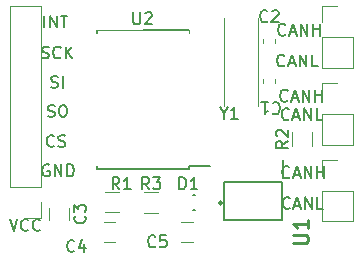
<source format=gbr>
%TF.GenerationSoftware,KiCad,Pcbnew,(6.0.7)*%
%TF.CreationDate,2023-01-30T20:46:25-05:00*%
%TF.ProjectId,SPItoCAN,53504974-6f43-4414-9e2e-6b696361645f,rev?*%
%TF.SameCoordinates,Original*%
%TF.FileFunction,Legend,Top*%
%TF.FilePolarity,Positive*%
%FSLAX46Y46*%
G04 Gerber Fmt 4.6, Leading zero omitted, Abs format (unit mm)*
G04 Created by KiCad (PCBNEW (6.0.7)) date 2023-01-30 20:46:25*
%MOMM*%
%LPD*%
G01*
G04 APERTURE LIST*
%ADD10C,0.160000*%
%ADD11C,0.254000*%
%ADD12C,0.120000*%
%ADD13C,0.150000*%
%ADD14C,0.250000*%
%ADD15C,0.200000*%
%ADD16C,0.155000*%
%ADD17C,0.100000*%
G04 APERTURE END LIST*
D10*
X16992695Y-27135200D02*
X16897457Y-27087580D01*
X16754600Y-27087580D01*
X16611742Y-27135200D01*
X16516504Y-27230438D01*
X16468885Y-27325676D01*
X16421266Y-27516152D01*
X16421266Y-27659009D01*
X16468885Y-27849485D01*
X16516504Y-27944723D01*
X16611742Y-28039961D01*
X16754600Y-28087580D01*
X16849838Y-28087580D01*
X16992695Y-28039961D01*
X17040314Y-27992342D01*
X17040314Y-27659009D01*
X16849838Y-27659009D01*
X17468885Y-28087580D02*
X17468885Y-27087580D01*
X18040314Y-28087580D01*
X18040314Y-27087580D01*
X18516504Y-28087580D02*
X18516504Y-27087580D01*
X18754600Y-27087580D01*
X18897457Y-27135200D01*
X18992695Y-27230438D01*
X19040314Y-27325676D01*
X19087933Y-27516152D01*
X19087933Y-27659009D01*
X19040314Y-27849485D01*
X18992695Y-27944723D01*
X18897457Y-28039961D01*
X18754600Y-28087580D01*
X18516504Y-28087580D01*
X37009533Y-16079742D02*
X36961914Y-16127361D01*
X36819057Y-16174980D01*
X36723819Y-16174980D01*
X36580961Y-16127361D01*
X36485723Y-16032123D01*
X36438104Y-15936885D01*
X36390485Y-15746409D01*
X36390485Y-15603552D01*
X36438104Y-15413076D01*
X36485723Y-15317838D01*
X36580961Y-15222600D01*
X36723819Y-15174980D01*
X36819057Y-15174980D01*
X36961914Y-15222600D01*
X37009533Y-15270219D01*
X37390485Y-15889266D02*
X37866676Y-15889266D01*
X37295247Y-16174980D02*
X37628580Y-15174980D01*
X37961914Y-16174980D01*
X38295247Y-16174980D02*
X38295247Y-15174980D01*
X38866676Y-16174980D01*
X38866676Y-15174980D01*
X39342866Y-16174980D02*
X39342866Y-15174980D01*
X39342866Y-15651171D02*
X39914295Y-15651171D01*
X39914295Y-16174980D02*
X39914295Y-15174980D01*
X37339733Y-28144742D02*
X37292114Y-28192361D01*
X37149257Y-28239980D01*
X37054019Y-28239980D01*
X36911161Y-28192361D01*
X36815923Y-28097123D01*
X36768304Y-28001885D01*
X36720685Y-27811409D01*
X36720685Y-27668552D01*
X36768304Y-27478076D01*
X36815923Y-27382838D01*
X36911161Y-27287600D01*
X37054019Y-27239980D01*
X37149257Y-27239980D01*
X37292114Y-27287600D01*
X37339733Y-27335219D01*
X37720685Y-27954266D02*
X38196876Y-27954266D01*
X37625447Y-28239980D02*
X37958780Y-27239980D01*
X38292114Y-28239980D01*
X38625447Y-28239980D02*
X38625447Y-27239980D01*
X39196876Y-28239980D01*
X39196876Y-27239980D01*
X39673066Y-28239980D02*
X39673066Y-27239980D01*
X39673066Y-27716171D02*
X40244495Y-27716171D01*
X40244495Y-28239980D02*
X40244495Y-27239980D01*
X16595838Y-15489180D02*
X16595838Y-14489180D01*
X17072028Y-15489180D02*
X17072028Y-14489180D01*
X17643457Y-15489180D01*
X17643457Y-14489180D01*
X17976790Y-14489180D02*
X18548219Y-14489180D01*
X18262504Y-15489180D02*
X18262504Y-14489180D01*
X16392685Y-18057761D02*
X16535542Y-18105380D01*
X16773638Y-18105380D01*
X16868876Y-18057761D01*
X16916495Y-18010142D01*
X16964114Y-17914904D01*
X16964114Y-17819666D01*
X16916495Y-17724428D01*
X16868876Y-17676809D01*
X16773638Y-17629190D01*
X16583161Y-17581571D01*
X16487923Y-17533952D01*
X16440304Y-17486333D01*
X16392685Y-17391095D01*
X16392685Y-17295857D01*
X16440304Y-17200619D01*
X16487923Y-17153000D01*
X16583161Y-17105380D01*
X16821257Y-17105380D01*
X16964114Y-17153000D01*
X17964114Y-18010142D02*
X17916495Y-18057761D01*
X17773638Y-18105380D01*
X17678400Y-18105380D01*
X17535542Y-18057761D01*
X17440304Y-17962523D01*
X17392685Y-17867285D01*
X17345066Y-17676809D01*
X17345066Y-17533952D01*
X17392685Y-17343476D01*
X17440304Y-17248238D01*
X17535542Y-17153000D01*
X17678400Y-17105380D01*
X17773638Y-17105380D01*
X17916495Y-17153000D01*
X17964114Y-17200619D01*
X18392685Y-18105380D02*
X18392685Y-17105380D01*
X18964114Y-18105380D02*
X18535542Y-17533952D01*
X18964114Y-17105380D02*
X18392685Y-17676809D01*
X13652666Y-31710380D02*
X13986000Y-32710380D01*
X14319333Y-31710380D01*
X15224095Y-32615142D02*
X15176476Y-32662761D01*
X15033619Y-32710380D01*
X14938380Y-32710380D01*
X14795523Y-32662761D01*
X14700285Y-32567523D01*
X14652666Y-32472285D01*
X14605047Y-32281809D01*
X14605047Y-32138952D01*
X14652666Y-31948476D01*
X14700285Y-31853238D01*
X14795523Y-31758000D01*
X14938380Y-31710380D01*
X15033619Y-31710380D01*
X15176476Y-31758000D01*
X15224095Y-31805619D01*
X16224095Y-32615142D02*
X16176476Y-32662761D01*
X16033619Y-32710380D01*
X15938380Y-32710380D01*
X15795523Y-32662761D01*
X15700285Y-32567523D01*
X15652666Y-32472285D01*
X15605047Y-32281809D01*
X15605047Y-32138952D01*
X15652666Y-31948476D01*
X15700285Y-31853238D01*
X15795523Y-31758000D01*
X15938380Y-31710380D01*
X16033619Y-31710380D01*
X16176476Y-31758000D01*
X16224095Y-31805619D01*
X17410133Y-25503142D02*
X17362514Y-25550761D01*
X17219657Y-25598380D01*
X17124419Y-25598380D01*
X16981561Y-25550761D01*
X16886323Y-25455523D01*
X16838704Y-25360285D01*
X16791085Y-25169809D01*
X16791085Y-25026952D01*
X16838704Y-24836476D01*
X16886323Y-24741238D01*
X16981561Y-24646000D01*
X17124419Y-24598380D01*
X17219657Y-24598380D01*
X17362514Y-24646000D01*
X17410133Y-24693619D01*
X17791085Y-25550761D02*
X17933942Y-25598380D01*
X18172038Y-25598380D01*
X18267276Y-25550761D01*
X18314895Y-25503142D01*
X18362514Y-25407904D01*
X18362514Y-25312666D01*
X18314895Y-25217428D01*
X18267276Y-25169809D01*
X18172038Y-25122190D01*
X17981561Y-25074571D01*
X17886323Y-25026952D01*
X17838704Y-24979333D01*
X17791085Y-24884095D01*
X17791085Y-24788857D01*
X17838704Y-24693619D01*
X17886323Y-24646000D01*
X17981561Y-24598380D01*
X18219657Y-24598380D01*
X18362514Y-24646000D01*
X17154590Y-20546961D02*
X17297447Y-20594580D01*
X17535542Y-20594580D01*
X17630780Y-20546961D01*
X17678400Y-20499342D01*
X17726019Y-20404104D01*
X17726019Y-20308866D01*
X17678400Y-20213628D01*
X17630780Y-20166009D01*
X17535542Y-20118390D01*
X17345066Y-20070771D01*
X17249828Y-20023152D01*
X17202209Y-19975533D01*
X17154590Y-19880295D01*
X17154590Y-19785057D01*
X17202209Y-19689819D01*
X17249828Y-19642200D01*
X17345066Y-19594580D01*
X17583161Y-19594580D01*
X17726019Y-19642200D01*
X18154590Y-20594580D02*
X18154590Y-19594580D01*
X37382580Y-30760942D02*
X37334961Y-30808561D01*
X37192104Y-30856180D01*
X37096866Y-30856180D01*
X36954009Y-30808561D01*
X36858771Y-30713323D01*
X36811152Y-30618085D01*
X36763533Y-30427609D01*
X36763533Y-30284752D01*
X36811152Y-30094276D01*
X36858771Y-29999038D01*
X36954009Y-29903800D01*
X37096866Y-29856180D01*
X37192104Y-29856180D01*
X37334961Y-29903800D01*
X37382580Y-29951419D01*
X37763533Y-30570466D02*
X38239723Y-30570466D01*
X37668295Y-30856180D02*
X38001628Y-29856180D01*
X38334961Y-30856180D01*
X38668295Y-30856180D02*
X38668295Y-29856180D01*
X39239723Y-30856180D01*
X39239723Y-29856180D01*
X40192104Y-30856180D02*
X39715914Y-30856180D01*
X39715914Y-29856180D01*
X37306380Y-23242542D02*
X37258761Y-23290161D01*
X37115904Y-23337780D01*
X37020666Y-23337780D01*
X36877809Y-23290161D01*
X36782571Y-23194923D01*
X36734952Y-23099685D01*
X36687333Y-22909209D01*
X36687333Y-22766352D01*
X36734952Y-22575876D01*
X36782571Y-22480638D01*
X36877809Y-22385400D01*
X37020666Y-22337780D01*
X37115904Y-22337780D01*
X37258761Y-22385400D01*
X37306380Y-22433019D01*
X37687333Y-23052066D02*
X38163523Y-23052066D01*
X37592095Y-23337780D02*
X37925428Y-22337780D01*
X38258761Y-23337780D01*
X38592095Y-23337780D02*
X38592095Y-22337780D01*
X39163523Y-23337780D01*
X39163523Y-22337780D01*
X40115904Y-23337780D02*
X39639714Y-23337780D01*
X39639714Y-22337780D01*
X37187333Y-21667742D02*
X37139714Y-21715361D01*
X36996857Y-21762980D01*
X36901619Y-21762980D01*
X36758761Y-21715361D01*
X36663523Y-21620123D01*
X36615904Y-21524885D01*
X36568285Y-21334409D01*
X36568285Y-21191552D01*
X36615904Y-21001076D01*
X36663523Y-20905838D01*
X36758761Y-20810600D01*
X36901619Y-20762980D01*
X36996857Y-20762980D01*
X37139714Y-20810600D01*
X37187333Y-20858219D01*
X37568285Y-21477266D02*
X38044476Y-21477266D01*
X37473047Y-21762980D02*
X37806380Y-20762980D01*
X38139714Y-21762980D01*
X38473047Y-21762980D02*
X38473047Y-20762980D01*
X39044476Y-21762980D01*
X39044476Y-20762980D01*
X39520666Y-21762980D02*
X39520666Y-20762980D01*
X39520666Y-21239171D02*
X40092095Y-21239171D01*
X40092095Y-21762980D02*
X40092095Y-20762980D01*
X16894276Y-23010761D02*
X17037133Y-23058380D01*
X17275228Y-23058380D01*
X17370466Y-23010761D01*
X17418085Y-22963142D01*
X17465704Y-22867904D01*
X17465704Y-22772666D01*
X17418085Y-22677428D01*
X17370466Y-22629809D01*
X17275228Y-22582190D01*
X17084752Y-22534571D01*
X16989514Y-22486952D01*
X16941895Y-22439333D01*
X16894276Y-22344095D01*
X16894276Y-22248857D01*
X16941895Y-22153619D01*
X16989514Y-22106000D01*
X17084752Y-22058380D01*
X17322847Y-22058380D01*
X17465704Y-22106000D01*
X18084752Y-22058380D02*
X18275228Y-22058380D01*
X18370466Y-22106000D01*
X18465704Y-22201238D01*
X18513323Y-22391714D01*
X18513323Y-22725047D01*
X18465704Y-22915523D01*
X18370466Y-23010761D01*
X18275228Y-23058380D01*
X18084752Y-23058380D01*
X17989514Y-23010761D01*
X17894276Y-22915523D01*
X17846657Y-22725047D01*
X17846657Y-22391714D01*
X17894276Y-22201238D01*
X17989514Y-22106000D01*
X18084752Y-22058380D01*
X36925380Y-18695942D02*
X36877761Y-18743561D01*
X36734904Y-18791180D01*
X36639666Y-18791180D01*
X36496809Y-18743561D01*
X36401571Y-18648323D01*
X36353952Y-18553085D01*
X36306333Y-18362609D01*
X36306333Y-18219752D01*
X36353952Y-18029276D01*
X36401571Y-17934038D01*
X36496809Y-17838800D01*
X36639666Y-17791180D01*
X36734904Y-17791180D01*
X36877761Y-17838800D01*
X36925380Y-17886419D01*
X37306333Y-18505466D02*
X37782523Y-18505466D01*
X37211095Y-18791180D02*
X37544428Y-17791180D01*
X37877761Y-18791180D01*
X38211095Y-18791180D02*
X38211095Y-17791180D01*
X38782523Y-18791180D01*
X38782523Y-17791180D01*
X39734904Y-18791180D02*
X39258714Y-18791180D01*
X39258714Y-17791180D01*
%TO.C,C4*%
X19137333Y-34393142D02*
X19089714Y-34440761D01*
X18946857Y-34488380D01*
X18851619Y-34488380D01*
X18708761Y-34440761D01*
X18613523Y-34345523D01*
X18565904Y-34250285D01*
X18518285Y-34059809D01*
X18518285Y-33916952D01*
X18565904Y-33726476D01*
X18613523Y-33631238D01*
X18708761Y-33536000D01*
X18851619Y-33488380D01*
X18946857Y-33488380D01*
X19089714Y-33536000D01*
X19137333Y-33583619D01*
X19994476Y-33821714D02*
X19994476Y-34488380D01*
X19756380Y-33440761D02*
X19518285Y-34155047D01*
X20137333Y-34155047D01*
%TO.C,R1*%
X22947333Y-29179780D02*
X22614000Y-28703590D01*
X22375904Y-29179780D02*
X22375904Y-28179780D01*
X22756857Y-28179780D01*
X22852095Y-28227400D01*
X22899714Y-28275019D01*
X22947333Y-28370257D01*
X22947333Y-28513114D01*
X22899714Y-28608352D01*
X22852095Y-28655971D01*
X22756857Y-28703590D01*
X22375904Y-28703590D01*
X23899714Y-29179780D02*
X23328285Y-29179780D01*
X23614000Y-29179780D02*
X23614000Y-28179780D01*
X23518761Y-28322638D01*
X23423523Y-28417876D01*
X23328285Y-28465495D01*
%TO.C,D1*%
X28028095Y-29179780D02*
X28028095Y-28179780D01*
X28266190Y-28179780D01*
X28409047Y-28227400D01*
X28504285Y-28322638D01*
X28551904Y-28417876D01*
X28599523Y-28608352D01*
X28599523Y-28751209D01*
X28551904Y-28941685D01*
X28504285Y-29036923D01*
X28409047Y-29132161D01*
X28266190Y-29179780D01*
X28028095Y-29179780D01*
X29551904Y-29179780D02*
X28980476Y-29179780D01*
X29266190Y-29179780D02*
X29266190Y-28179780D01*
X29170952Y-28322638D01*
X29075714Y-28417876D01*
X28980476Y-28465495D01*
%TO.C,C3*%
X20011142Y-31446066D02*
X20058761Y-31493685D01*
X20106380Y-31636542D01*
X20106380Y-31731780D01*
X20058761Y-31874638D01*
X19963523Y-31969876D01*
X19868285Y-32017495D01*
X19677809Y-32065114D01*
X19534952Y-32065114D01*
X19344476Y-32017495D01*
X19249238Y-31969876D01*
X19154000Y-31874638D01*
X19106380Y-31731780D01*
X19106380Y-31636542D01*
X19154000Y-31493685D01*
X19201619Y-31446066D01*
X19106380Y-31112733D02*
X19106380Y-30493685D01*
X19487333Y-30827019D01*
X19487333Y-30684161D01*
X19534952Y-30588923D01*
X19582571Y-30541304D01*
X19677809Y-30493685D01*
X19915904Y-30493685D01*
X20011142Y-30541304D01*
X20058761Y-30588923D01*
X20106380Y-30684161D01*
X20106380Y-30969876D01*
X20058761Y-31065114D01*
X20011142Y-31112733D01*
%TO.C,R3*%
X25477333Y-29179780D02*
X25144000Y-28703590D01*
X24905904Y-29179780D02*
X24905904Y-28179780D01*
X25286857Y-28179780D01*
X25382095Y-28227400D01*
X25429714Y-28275019D01*
X25477333Y-28370257D01*
X25477333Y-28513114D01*
X25429714Y-28608352D01*
X25382095Y-28655971D01*
X25286857Y-28703590D01*
X24905904Y-28703590D01*
X25810666Y-28179780D02*
X26429714Y-28179780D01*
X26096380Y-28560733D01*
X26239238Y-28560733D01*
X26334476Y-28608352D01*
X26382095Y-28655971D01*
X26429714Y-28751209D01*
X26429714Y-28989304D01*
X26382095Y-29084542D01*
X26334476Y-29132161D01*
X26239238Y-29179780D01*
X25953523Y-29179780D01*
X25858285Y-29132161D01*
X25810666Y-29084542D01*
D11*
%TO.C,U1*%
X37658523Y-33759019D02*
X38686619Y-33759019D01*
X38807571Y-33698542D01*
X38868047Y-33638066D01*
X38928523Y-33517114D01*
X38928523Y-33275209D01*
X38868047Y-33154257D01*
X38807571Y-33093780D01*
X38686619Y-33033304D01*
X37658523Y-33033304D01*
X38928523Y-31763304D02*
X38928523Y-32489019D01*
X38928523Y-32126161D02*
X37658523Y-32126161D01*
X37839952Y-32247114D01*
X37960904Y-32368066D01*
X38021380Y-32489019D01*
D10*
%TO.C,C2*%
X35487333Y-14936542D02*
X35439714Y-14984161D01*
X35296857Y-15031780D01*
X35201619Y-15031780D01*
X35058761Y-14984161D01*
X34963523Y-14888923D01*
X34915904Y-14793685D01*
X34868285Y-14603209D01*
X34868285Y-14460352D01*
X34915904Y-14269876D01*
X34963523Y-14174638D01*
X35058761Y-14079400D01*
X35201619Y-14031780D01*
X35296857Y-14031780D01*
X35439714Y-14079400D01*
X35487333Y-14127019D01*
X35868285Y-14127019D02*
X35915904Y-14079400D01*
X36011142Y-14031780D01*
X36249238Y-14031780D01*
X36344476Y-14079400D01*
X36392095Y-14127019D01*
X36439714Y-14222257D01*
X36439714Y-14317495D01*
X36392095Y-14460352D01*
X35820666Y-15031780D01*
X36439714Y-15031780D01*
%TO.C,U2*%
X24130095Y-14209780D02*
X24130095Y-15019304D01*
X24177714Y-15114542D01*
X24225333Y-15162161D01*
X24320571Y-15209780D01*
X24511047Y-15209780D01*
X24606285Y-15162161D01*
X24653904Y-15114542D01*
X24701523Y-15019304D01*
X24701523Y-14209780D01*
X25130095Y-14305019D02*
X25177714Y-14257400D01*
X25272952Y-14209780D01*
X25511047Y-14209780D01*
X25606285Y-14257400D01*
X25653904Y-14305019D01*
X25701523Y-14400257D01*
X25701523Y-14495495D01*
X25653904Y-14638352D01*
X25082476Y-15209780D01*
X25701523Y-15209780D01*
%TO.C,C1*%
X35920666Y-21922257D02*
X35968285Y-21874638D01*
X36111142Y-21827019D01*
X36206380Y-21827019D01*
X36349238Y-21874638D01*
X36444476Y-21969876D01*
X36492095Y-22065114D01*
X36539714Y-22255590D01*
X36539714Y-22398447D01*
X36492095Y-22588923D01*
X36444476Y-22684161D01*
X36349238Y-22779400D01*
X36206380Y-22827019D01*
X36111142Y-22827019D01*
X35968285Y-22779400D01*
X35920666Y-22731780D01*
X34968285Y-21827019D02*
X35539714Y-21827019D01*
X35254000Y-21827019D02*
X35254000Y-22827019D01*
X35349238Y-22684161D01*
X35444476Y-22588923D01*
X35539714Y-22541304D01*
%TO.C,Y1*%
X31777809Y-22755590D02*
X31777809Y-23231780D01*
X31444476Y-22231780D02*
X31777809Y-22755590D01*
X32111142Y-22231780D01*
X32968285Y-23231780D02*
X32396857Y-23231780D01*
X32682571Y-23231780D02*
X32682571Y-22231780D01*
X32587333Y-22374638D01*
X32492095Y-22469876D01*
X32396857Y-22517495D01*
%TO.C,R2*%
X37206380Y-25096066D02*
X36730190Y-25429400D01*
X37206380Y-25667495D02*
X36206380Y-25667495D01*
X36206380Y-25286542D01*
X36254000Y-25191304D01*
X36301619Y-25143685D01*
X36396857Y-25096066D01*
X36539714Y-25096066D01*
X36634952Y-25143685D01*
X36682571Y-25191304D01*
X36730190Y-25286542D01*
X36730190Y-25667495D01*
X36301619Y-24715114D02*
X36254000Y-24667495D01*
X36206380Y-24572257D01*
X36206380Y-24334161D01*
X36254000Y-24238923D01*
X36301619Y-24191304D01*
X36396857Y-24143685D01*
X36492095Y-24143685D01*
X36634952Y-24191304D01*
X37206380Y-24762733D01*
X37206380Y-24143685D01*
%TO.C,C5*%
X25995333Y-33998542D02*
X25947714Y-34046161D01*
X25804857Y-34093780D01*
X25709619Y-34093780D01*
X25566761Y-34046161D01*
X25471523Y-33950923D01*
X25423904Y-33855685D01*
X25376285Y-33665209D01*
X25376285Y-33522352D01*
X25423904Y-33331876D01*
X25471523Y-33236638D01*
X25566761Y-33141400D01*
X25709619Y-33093780D01*
X25804857Y-33093780D01*
X25947714Y-33141400D01*
X25995333Y-33189019D01*
X26900095Y-33093780D02*
X26423904Y-33093780D01*
X26376285Y-33569971D01*
X26423904Y-33522352D01*
X26519142Y-33474733D01*
X26757238Y-33474733D01*
X26852476Y-33522352D01*
X26900095Y-33569971D01*
X26947714Y-33665209D01*
X26947714Y-33903304D01*
X26900095Y-33998542D01*
X26852476Y-34046161D01*
X26757238Y-34093780D01*
X26519142Y-34093780D01*
X26423904Y-34046161D01*
X26376285Y-33998542D01*
D12*
%TO.C,C4*%
X21614000Y-33641400D02*
X22614000Y-33641400D01*
X22614000Y-31941400D02*
X21614000Y-31941400D01*
%TO.C,J1*%
X42734000Y-29309400D02*
X42734000Y-31909400D01*
X40074000Y-26709400D02*
X41404000Y-26709400D01*
X40074000Y-29309400D02*
X42734000Y-29309400D01*
X40074000Y-31909400D02*
X42734000Y-31909400D01*
X40074000Y-29309400D02*
X40074000Y-31909400D01*
X40074000Y-28039400D02*
X40074000Y-26709400D01*
%TO.C,R1*%
X22944000Y-31149400D02*
X21744000Y-31149400D01*
X21744000Y-29389400D02*
X22944000Y-29389400D01*
%TO.C,J4*%
X16334000Y-31609400D02*
X15004000Y-31609400D01*
X16334000Y-29009400D02*
X13674000Y-29009400D01*
X16334000Y-13709400D02*
X13674000Y-13709400D01*
X16334000Y-30279400D02*
X16334000Y-31609400D01*
X16334000Y-29009400D02*
X16334000Y-13709400D01*
X13674000Y-29009400D02*
X13674000Y-13709400D01*
%TO.C,J2*%
X40074000Y-15039400D02*
X40074000Y-13709400D01*
X40074000Y-13709400D02*
X41404000Y-13709400D01*
X40074000Y-18909400D02*
X42734000Y-18909400D01*
X40074000Y-16309400D02*
X42734000Y-16309400D01*
X40074000Y-16309400D02*
X40074000Y-18909400D01*
X42734000Y-16309400D02*
X42734000Y-18909400D01*
D13*
%TO.C,D1*%
X29339000Y-29634400D02*
X29189000Y-29634400D01*
X29339000Y-30984400D02*
X29189000Y-30984400D01*
D14*
X31639000Y-30334400D02*
G75*
G03*
X31639000Y-30334400I-125000J0D01*
G01*
D12*
%TO.C,C3*%
X18714000Y-31779400D02*
X18714000Y-30779400D01*
X17014000Y-30779400D02*
X17014000Y-31779400D01*
%TO.C,R3*%
X25014000Y-29399400D02*
X26214000Y-29399400D01*
X26214000Y-31159400D02*
X25014000Y-31159400D01*
D15*
%TO.C,U1*%
X36834000Y-26729400D02*
X36834000Y-28256400D01*
X36706000Y-31802400D02*
X31802000Y-31802400D01*
X31802000Y-31802400D02*
X31802000Y-28606400D01*
X31802000Y-28606400D02*
X36706000Y-28606400D01*
X36706000Y-28606400D02*
X36706000Y-31802400D01*
D12*
%TO.C,C2*%
X35144000Y-16779679D02*
X35144000Y-16454121D01*
X36164000Y-16779679D02*
X36164000Y-16454121D01*
%TO.C,U2*%
X24954000Y-15694400D02*
X21094000Y-15694400D01*
D16*
X21094000Y-15694400D02*
X21094000Y-15939400D01*
X28814000Y-27464400D02*
X28814000Y-27219400D01*
X24954000Y-27464400D02*
X28814000Y-27464400D01*
X28814000Y-27219400D02*
X30629000Y-27219400D01*
X24954000Y-27464400D02*
X21094000Y-27464400D01*
X24954000Y-15694400D02*
X28814000Y-15694400D01*
X21094000Y-27464400D02*
X21094000Y-27219400D01*
D12*
X28814000Y-15694400D02*
X28814000Y-15939400D01*
%TO.C,C1*%
X35144000Y-19829121D02*
X35144000Y-20154679D01*
X36164000Y-19829121D02*
X36164000Y-20154679D01*
%TO.C,J3*%
X40074000Y-21539400D02*
X40074000Y-20209400D01*
X40074000Y-22809400D02*
X42734000Y-22809400D01*
X40074000Y-20209400D02*
X41404000Y-20209400D01*
X42734000Y-22809400D02*
X42734000Y-25409400D01*
X40074000Y-22809400D02*
X40074000Y-25409400D01*
X40074000Y-25409400D02*
X42734000Y-25409400D01*
D17*
%TO.C,Y1*%
X34704000Y-22104400D02*
X34704000Y-14654400D01*
X31804000Y-22104400D02*
X31804000Y-14654400D01*
D12*
%TO.C,R2*%
X37524000Y-25529400D02*
X37524000Y-24329400D01*
X39284000Y-24329400D02*
X39284000Y-25529400D01*
%TO.C,C5*%
X29186000Y-31941400D02*
X28186000Y-31941400D01*
X28186000Y-33641400D02*
X29186000Y-33641400D01*
%TD*%
M02*

</source>
